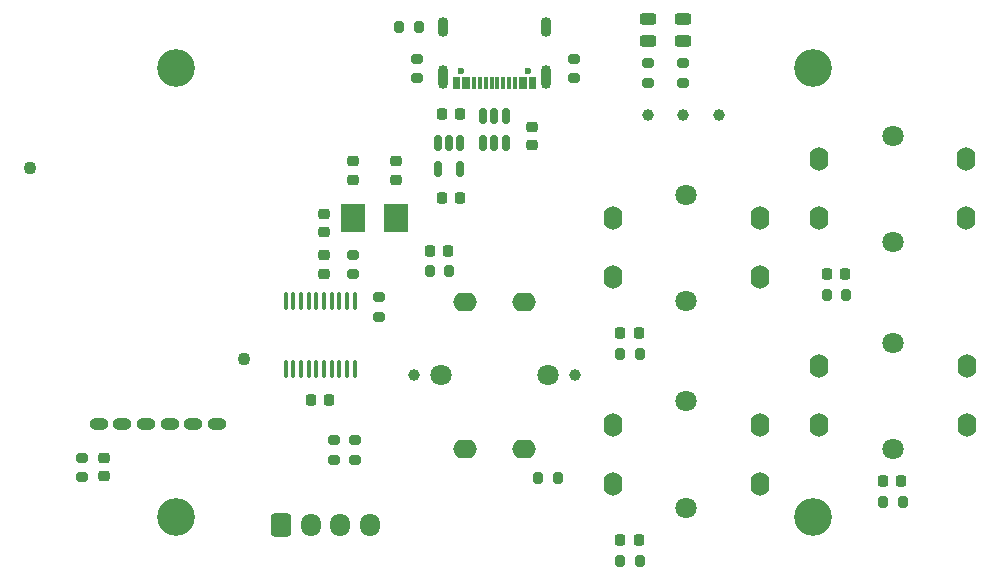
<source format=gbr>
%TF.GenerationSoftware,KiCad,Pcbnew,7.0.6*%
%TF.CreationDate,2023-11-25T17:25:05+01:00*%
%TF.ProjectId,gamepad,67616d65-7061-4642-9e6b-696361645f70,rev?*%
%TF.SameCoordinates,Original*%
%TF.FileFunction,Soldermask,Top*%
%TF.FilePolarity,Negative*%
%FSLAX46Y46*%
G04 Gerber Fmt 4.6, Leading zero omitted, Abs format (unit mm)*
G04 Created by KiCad (PCBNEW 7.0.6) date 2023-11-25 17:25:05*
%MOMM*%
%LPD*%
G01*
G04 APERTURE LIST*
G04 Aperture macros list*
%AMRoundRect*
0 Rectangle with rounded corners*
0 $1 Rounding radius*
0 $2 $3 $4 $5 $6 $7 $8 $9 X,Y pos of 4 corners*
0 Add a 4 corners polygon primitive as box body*
4,1,4,$2,$3,$4,$5,$6,$7,$8,$9,$2,$3,0*
0 Add four circle primitives for the rounded corners*
1,1,$1+$1,$2,$3*
1,1,$1+$1,$4,$5*
1,1,$1+$1,$6,$7*
1,1,$1+$1,$8,$9*
0 Add four rect primitives between the rounded corners*
20,1,$1+$1,$2,$3,$4,$5,0*
20,1,$1+$1,$4,$5,$6,$7,0*
20,1,$1+$1,$6,$7,$8,$9,0*
20,1,$1+$1,$8,$9,$2,$3,0*%
G04 Aperture macros list end*
%ADD10C,1.800000*%
%ADD11O,1.600000X2.000000*%
%ADD12R,2.000000X2.400000*%
%ADD13RoundRect,0.225000X-0.250000X0.225000X-0.250000X-0.225000X0.250000X-0.225000X0.250000X0.225000X0*%
%ADD14RoundRect,0.243750X-0.456250X0.243750X-0.456250X-0.243750X0.456250X-0.243750X0.456250X0.243750X0*%
%ADD15RoundRect,0.200000X-0.275000X0.200000X-0.275000X-0.200000X0.275000X-0.200000X0.275000X0.200000X0*%
%ADD16O,2.000000X1.600000*%
%ADD17C,1.000000*%
%ADD18RoundRect,0.200000X0.275000X-0.200000X0.275000X0.200000X-0.275000X0.200000X-0.275000X-0.200000X0*%
%ADD19RoundRect,0.225000X-0.225000X-0.250000X0.225000X-0.250000X0.225000X0.250000X-0.225000X0.250000X0*%
%ADD20RoundRect,0.200000X0.200000X0.275000X-0.200000X0.275000X-0.200000X-0.275000X0.200000X-0.275000X0*%
%ADD21RoundRect,0.225000X0.225000X0.250000X-0.225000X0.250000X-0.225000X-0.250000X0.225000X-0.250000X0*%
%ADD22RoundRect,0.225000X0.250000X-0.225000X0.250000X0.225000X-0.250000X0.225000X-0.250000X-0.225000X0*%
%ADD23C,3.200000*%
%ADD24RoundRect,0.150000X-0.150000X0.512500X-0.150000X-0.512500X0.150000X-0.512500X0.150000X0.512500X0*%
%ADD25RoundRect,0.250000X-0.600000X-0.725000X0.600000X-0.725000X0.600000X0.725000X-0.600000X0.725000X0*%
%ADD26O,1.700000X1.950000*%
%ADD27RoundRect,0.200000X-0.200000X-0.275000X0.200000X-0.275000X0.200000X0.275000X-0.200000X0.275000X0*%
%ADD28C,0.600000*%
%ADD29R,0.300000X1.140000*%
%ADD30O,0.900000X2.000000*%
%ADD31O,0.900000X1.700000*%
%ADD32C,1.100000*%
%ADD33O,1.600000X1.000000*%
%ADD34RoundRect,0.100000X-0.100000X0.637500X-0.100000X-0.637500X0.100000X-0.637500X0.100000X0.637500X0*%
G04 APERTURE END LIST*
D10*
%TO.C,SW3*%
X178750000Y-124250000D03*
X178750000Y-133250000D03*
D11*
X172500000Y-131250000D03*
X185000000Y-131250000D03*
X172500000Y-126250000D03*
X185000000Y-126250000D03*
%TD*%
D12*
%TO.C,Y1*%
X136700000Y-113675000D03*
X133000000Y-113675000D03*
%TD*%
D13*
%TO.C,C4*%
X136700000Y-108900000D03*
X136700000Y-110450000D03*
%TD*%
D14*
%TO.C,D2*%
X161000000Y-96862500D03*
X161000000Y-98737500D03*
%TD*%
D15*
%TO.C,R1*%
X135200000Y-120425000D03*
X135200000Y-122075000D03*
%TD*%
D10*
%TO.C,SW5*%
X149500000Y-127025000D03*
X140500000Y-127025000D03*
D16*
X142500000Y-120775000D03*
X142500000Y-133275000D03*
X147500000Y-120775000D03*
X147500000Y-133275000D03*
D17*
X151800000Y-127025000D03*
X138200000Y-127025000D03*
%TD*%
D18*
%TO.C,R12*%
X131425000Y-134150000D03*
X131425000Y-132500000D03*
%TD*%
D17*
%TO.C,5V*%
X158000000Y-105000000D03*
%TD*%
D19*
%TO.C,C7*%
X155650000Y-123450000D03*
X157200000Y-123450000D03*
%TD*%
D20*
%TO.C,R4*%
X157300000Y-125200000D03*
X155650000Y-125200000D03*
%TD*%
D21*
%TO.C,C13*%
X142100000Y-112000000D03*
X140550000Y-112000000D03*
%TD*%
D17*
%TO.C,3V*%
X161000000Y-105000000D03*
%TD*%
D13*
%TO.C,C5*%
X133000000Y-108900000D03*
X133000000Y-110450000D03*
%TD*%
D22*
%TO.C,C2*%
X130575000Y-118400000D03*
X130575000Y-116850000D03*
%TD*%
%TO.C,C11*%
X148200000Y-107550000D03*
X148200000Y-106000000D03*
%TD*%
D23*
%TO.C,REF\u002A\u002A*%
X118000000Y-139000000D03*
%TD*%
D13*
%TO.C,C10*%
X111925000Y-134000000D03*
X111925000Y-135550000D03*
%TD*%
D15*
%TO.C,R9*%
X151750000Y-100225000D03*
X151750000Y-101875000D03*
%TD*%
D17*
%TO.C,GND*%
X164000000Y-105000000D03*
%TD*%
D19*
%TO.C,C9*%
X155650000Y-140950000D03*
X157200000Y-140950000D03*
%TD*%
%TO.C,C6*%
X173125000Y-118450000D03*
X174675000Y-118450000D03*
%TD*%
D21*
%TO.C,C1*%
X131025000Y-129075000D03*
X129475000Y-129075000D03*
%TD*%
D23*
%TO.C,REF\u002A\u002A*%
X172000000Y-139000000D03*
%TD*%
D19*
%TO.C,C8*%
X177900000Y-135975000D03*
X179450000Y-135975000D03*
%TD*%
D20*
%TO.C,R8*%
X138600000Y-97550000D03*
X136950000Y-97550000D03*
%TD*%
%TO.C,R6*%
X157300000Y-142700000D03*
X155650000Y-142700000D03*
%TD*%
D18*
%TO.C,R16*%
X161000000Y-102225000D03*
X161000000Y-100575000D03*
%TD*%
D23*
%TO.C,REF\u002A\u002A*%
X118000000Y-101000000D03*
%TD*%
D18*
%TO.C,R7*%
X110075000Y-135650000D03*
X110075000Y-134000000D03*
%TD*%
D24*
%TO.C,U1*%
X145950000Y-105062500D03*
X145000000Y-105062500D03*
X144050000Y-105062500D03*
X144050000Y-107337500D03*
X145000000Y-107337500D03*
X145950000Y-107337500D03*
%TD*%
D14*
%TO.C,D1*%
X158000000Y-96862500D03*
X158000000Y-98737500D03*
%TD*%
D25*
%TO.C,XT2*%
X126950000Y-139650000D03*
D26*
X129450000Y-139650000D03*
X131950000Y-139650000D03*
X134450000Y-139650000D03*
%TD*%
D20*
%TO.C,R5*%
X179550000Y-137725000D03*
X177900000Y-137725000D03*
%TD*%
%TO.C,R14*%
X141150000Y-118225000D03*
X139500000Y-118225000D03*
%TD*%
D27*
%TO.C,R15*%
X148700000Y-135725000D03*
X150350000Y-135725000D03*
%TD*%
D18*
%TO.C,R11*%
X158000000Y-102225000D03*
X158000000Y-100575000D03*
%TD*%
D19*
%TO.C,C14*%
X139500000Y-116475000D03*
X141050000Y-116475000D03*
%TD*%
D28*
%TO.C,XT1*%
X147875000Y-101225000D03*
X142125000Y-101225000D03*
D29*
X148350000Y-102300000D03*
X147550000Y-102300000D03*
X146250000Y-102300000D03*
X145250000Y-102300000D03*
X144750000Y-102300000D03*
X143750000Y-102300000D03*
X142450000Y-102300000D03*
X141650000Y-102300000D03*
X141950000Y-102300000D03*
X142750000Y-102300000D03*
X143250000Y-102300000D03*
X144250000Y-102300000D03*
X145750000Y-102300000D03*
X146750000Y-102300000D03*
X147250000Y-102300000D03*
X148050000Y-102300000D03*
D30*
X149325000Y-101725000D03*
D31*
X149325000Y-97550000D03*
D30*
X140675000Y-101725000D03*
D31*
X140675000Y-97550000D03*
%TD*%
D21*
%TO.C,C12*%
X142100000Y-104900000D03*
X140550000Y-104900000D03*
%TD*%
D20*
%TO.C,R3*%
X174775000Y-120200000D03*
X173125000Y-120200000D03*
%TD*%
D15*
%TO.C,R10*%
X138475000Y-100225000D03*
X138475000Y-101875000D03*
%TD*%
D10*
%TO.C,SW2*%
X161250000Y-111725000D03*
X161250000Y-120725000D03*
D11*
X155000000Y-118725000D03*
X167500000Y-118725000D03*
X155000000Y-113725000D03*
X167500000Y-113725000D03*
%TD*%
D10*
%TO.C,SW4*%
X161250000Y-129225000D03*
X161250000Y-138225000D03*
D11*
X155000000Y-136225000D03*
X167500000Y-136225000D03*
X155000000Y-131225000D03*
X167500000Y-131225000D03*
%TD*%
D15*
%TO.C,R2*%
X133000000Y-116800000D03*
X133000000Y-118450000D03*
%TD*%
D32*
%TO.C,J1*%
X105700000Y-109425000D03*
X123750000Y-125625000D03*
D33*
X121500000Y-131175000D03*
X119500000Y-131175000D03*
X117500000Y-131175000D03*
X115500000Y-131175000D03*
X113500000Y-131175000D03*
X111500000Y-131175000D03*
%TD*%
D18*
%TO.C,R13*%
X133175000Y-134150000D03*
X133175000Y-132500000D03*
%TD*%
D23*
%TO.C,REF\u002A\u002A*%
X172000000Y-101000000D03*
%TD*%
D10*
%TO.C,SW1*%
X178700000Y-106725000D03*
X178700000Y-115725000D03*
D11*
X172450000Y-113725000D03*
X184950000Y-113725000D03*
X172450000Y-108725000D03*
X184950000Y-108725000D03*
%TD*%
D24*
%TO.C,U3*%
X142100000Y-107312500D03*
X141150000Y-107312500D03*
X140200000Y-107312500D03*
X140200000Y-109587500D03*
X142100000Y-109587500D03*
%TD*%
D22*
%TO.C,C3*%
X130600000Y-114875000D03*
X130600000Y-113325000D03*
%TD*%
D34*
%TO.C,U2*%
X133175000Y-120737500D03*
X132525000Y-120737500D03*
X131875000Y-120737500D03*
X131225000Y-120737500D03*
X130575000Y-120737500D03*
X129925000Y-120737500D03*
X129275000Y-120737500D03*
X128625000Y-120737500D03*
X127975000Y-120737500D03*
X127325000Y-120737500D03*
X127325000Y-126462500D03*
X127975000Y-126462500D03*
X128625000Y-126462500D03*
X129275000Y-126462500D03*
X129925000Y-126462500D03*
X130575000Y-126462500D03*
X131225000Y-126462500D03*
X131875000Y-126462500D03*
X132525000Y-126462500D03*
X133175000Y-126462500D03*
%TD*%
M02*

</source>
